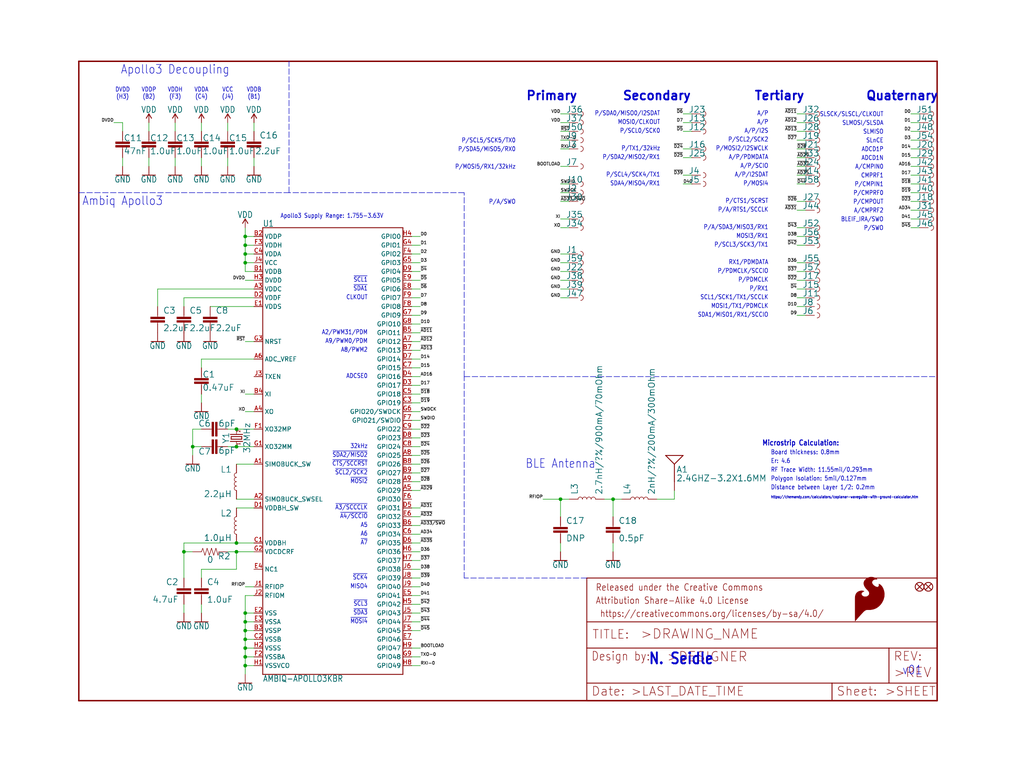
<source format=kicad_sch>
(kicad_sch (version 20211123) (generator eeschema)
  (paper "User" 297.002 223.926)
  (junction (at 68.58 160.02))
  (junction (at 71.12 190.5))
  (junction (at 162.56 144.78))
  (junction (at 68.58 129.54))
  (junction (at 71.12 193.04))
  (junction (at 71.12 180.34))
  (junction (at 53.34 160.02))
  (junction (at 68.58 124.46))
  (junction (at 71.12 187.96))
  (junction (at 71.12 177.8))
  (junction (at 71.12 68.58))
  (junction (at 71.12 185.42))
  (junction (at 71.12 182.88))
  (junction (at 55.88 129.54))
  (junction (at 71.12 73.66))
  (junction (at 71.12 76.2))
  (junction (at 68.58 157.48))
  (junction (at 71.12 71.12))
  (junction (at 177.8 144.78))
  (wire (pts (xy 71.12 187.96) (xy 71.12 190.5)))
  (polyline (pts (xy 134.62 109.22) (xy 134.62 55.88)))
  (wire (pts (xy 55.88 160.02) (xy 53.34 160.02)))
  (wire (pts (xy 53.34 160.02) (xy 53.34 167.64)))
  (wire (pts (xy 71.12 190.5) (xy 71.12 193.04)))
  (wire (pts (xy 162.56 48.26) (xy 165.1 48.26)))
  (wire (pts (xy 233.68 33.02) (xy 231.14 33.02)))
  (wire (pts (xy 68.58 165.1) (xy 58.42 165.1)))
  (wire (pts (xy 195.58 144.78) (xy 195.58 142.24)))
  (wire (pts (xy 165.1 76.2) (xy 162.56 76.2)))
  (wire (pts (xy 119.38 132.08) (xy 121.92 132.08)))
  (wire (pts (xy 68.58 124.46) (xy 66.04 124.46)))
  (polyline (pts (xy 22.86 55.88) (xy 83.82 55.88)))
  (wire (pts (xy 73.66 172.72) (xy 71.12 172.72)))
  (wire (pts (xy 233.68 50.8) (xy 231.14 50.8)))
  (wire (pts (xy 73.66 124.46) (xy 68.58 124.46)))
  (wire (pts (xy 157.48 144.78) (xy 162.56 144.78)))
  (wire (pts (xy 73.66 185.42) (xy 71.12 185.42)))
  (wire (pts (xy 58.42 129.54) (xy 55.88 129.54)))
  (wire (pts (xy 71.12 190.5) (xy 73.66 190.5)))
  (wire (pts (xy 165.1 63.5) (xy 162.56 63.5)))
  (wire (pts (xy 233.68 66.04) (xy 231.14 66.04)))
  (wire (pts (xy 266.7 63.5) (xy 264.16 63.5)))
  (wire (pts (xy 73.66 119.38) (xy 71.12 119.38)))
  (wire (pts (xy 71.12 180.34) (xy 71.12 182.88)))
  (wire (pts (xy 165.1 86.36) (xy 162.56 86.36)))
  (wire (pts (xy 119.38 172.72) (xy 121.92 172.72)))
  (wire (pts (xy 165.1 144.78) (xy 162.56 144.78)))
  (wire (pts (xy 165.1 40.64) (xy 162.56 40.64)))
  (wire (pts (xy 73.66 99.06) (xy 71.12 99.06)))
  (wire (pts (xy 233.68 91.44) (xy 231.14 91.44)))
  (wire (pts (xy 71.12 71.12) (xy 71.12 68.58)))
  (wire (pts (xy 119.38 119.38) (xy 121.92 119.38)))
  (wire (pts (xy 73.66 35.56) (xy 73.66 38.1)))
  (wire (pts (xy 233.68 43.18) (xy 231.14 43.18)))
  (wire (pts (xy 119.38 78.74) (xy 121.92 78.74)))
  (wire (pts (xy 73.66 144.78) (xy 68.58 144.78)))
  (wire (pts (xy 119.38 180.34) (xy 121.92 180.34)))
  (wire (pts (xy 177.8 144.78) (xy 180.34 144.78)))
  (wire (pts (xy 121.92 129.54) (xy 119.38 129.54)))
  (wire (pts (xy 165.1 81.28) (xy 162.56 81.28)))
  (wire (pts (xy 119.38 190.5) (xy 121.92 190.5)))
  (wire (pts (xy 266.7 50.8) (xy 264.16 50.8)))
  (wire (pts (xy 73.66 71.12) (xy 71.12 71.12)))
  (wire (pts (xy 53.34 160.02) (xy 53.34 157.48)))
  (wire (pts (xy 53.34 86.36) (xy 53.34 88.9)))
  (wire (pts (xy 119.38 154.94) (xy 121.92 154.94)))
  (wire (pts (xy 121.92 81.28) (xy 119.38 81.28)))
  (wire (pts (xy 68.58 160.02) (xy 66.04 160.02)))
  (wire (pts (xy 233.68 60.96) (xy 231.14 60.96)))
  (wire (pts (xy 200.66 33.02) (xy 198.12 33.02)))
  (wire (pts (xy 73.66 76.2) (xy 71.12 76.2)))
  (wire (pts (xy 200.66 45.72) (xy 198.12 45.72)))
  (wire (pts (xy 45.72 83.82) (xy 45.72 88.9)))
  (wire (pts (xy 233.68 86.36) (xy 231.14 86.36)))
  (wire (pts (xy 71.12 193.04) (xy 71.12 195.58)))
  (wire (pts (xy 35.56 38.1) (xy 35.56 35.56)))
  (wire (pts (xy 119.38 157.48) (xy 121.92 157.48)))
  (wire (pts (xy 119.38 71.12) (xy 121.92 71.12)))
  (wire (pts (xy 119.38 127) (xy 121.92 127)))
  (polyline (pts (xy 134.62 167.64) (xy 134.62 109.22)))
  (wire (pts (xy 119.38 142.24) (xy 121.92 142.24)))
  (wire (pts (xy 58.42 177.8) (xy 58.42 175.26)))
  (wire (pts (xy 73.66 180.34) (xy 71.12 180.34)))
  (wire (pts (xy 43.18 48.26) (xy 43.18 45.72)))
  (wire (pts (xy 233.68 48.26) (xy 231.14 48.26)))
  (polyline (pts (xy 134.62 55.88) (xy 83.82 55.88)))
  (wire (pts (xy 71.12 76.2) (xy 71.12 73.66)))
  (polyline (pts (xy 134.62 109.22) (xy 271.78 109.22)))
  (wire (pts (xy 266.7 43.18) (xy 264.16 43.18)))
  (wire (pts (xy 165.1 73.66) (xy 162.56 73.66)))
  (wire (pts (xy 119.38 147.32) (xy 121.92 147.32)))
  (wire (pts (xy 119.38 86.36) (xy 121.92 86.36)))
  (wire (pts (xy 71.12 177.8) (xy 71.12 180.34)))
  (wire (pts (xy 119.38 134.62) (xy 121.92 134.62)))
  (wire (pts (xy 177.8 149.86) (xy 177.8 144.78)))
  (wire (pts (xy 73.66 129.54) (xy 68.58 129.54)))
  (wire (pts (xy 233.68 40.64) (xy 231.14 40.64)))
  (wire (pts (xy 73.66 160.02) (xy 68.58 160.02)))
  (wire (pts (xy 68.58 129.54) (xy 66.04 129.54)))
  (wire (pts (xy 73.66 88.9) (xy 60.96 88.9)))
  (wire (pts (xy 73.66 170.18) (xy 71.12 170.18)))
  (wire (pts (xy 58.42 48.26) (xy 58.42 45.72)))
  (wire (pts (xy 233.68 76.2) (xy 231.14 76.2)))
  (wire (pts (xy 50.8 35.56) (xy 50.8 38.1)))
  (wire (pts (xy 165.1 58.42) (xy 162.56 58.42)))
  (wire (pts (xy 33.02 35.56) (xy 35.56 35.56)))
  (wire (pts (xy 119.38 104.14) (xy 121.92 104.14)))
  (wire (pts (xy 119.38 83.82) (xy 121.92 83.82)))
  (wire (pts (xy 266.7 40.64) (xy 264.16 40.64)))
  (wire (pts (xy 119.38 137.16) (xy 121.92 137.16)))
  (wire (pts (xy 266.7 33.02) (xy 264.16 33.02)))
  (polyline (pts (xy 170.18 167.64) (xy 134.62 167.64)))
  (wire (pts (xy 119.38 106.68) (xy 121.92 106.68)))
  (wire (pts (xy 58.42 165.1) (xy 58.42 167.64)))
  (wire (pts (xy 119.38 193.04) (xy 121.92 193.04)))
  (wire (pts (xy 73.66 48.26) (xy 73.66 45.72)))
  (wire (pts (xy 119.38 93.98) (xy 121.92 93.98)))
  (wire (pts (xy 266.7 35.56) (xy 264.16 35.56)))
  (wire (pts (xy 73.66 73.66) (xy 71.12 73.66)))
  (wire (pts (xy 233.68 71.12) (xy 231.14 71.12)))
  (wire (pts (xy 119.38 91.44) (xy 121.92 91.44)))
  (wire (pts (xy 233.68 38.1) (xy 231.14 38.1)))
  (wire (pts (xy 35.56 48.26) (xy 35.56 45.72)))
  (wire (pts (xy 58.42 124.46) (xy 55.88 124.46)))
  (wire (pts (xy 73.66 193.04) (xy 71.12 193.04)))
  (wire (pts (xy 200.66 35.56) (xy 198.12 35.56)))
  (wire (pts (xy 119.38 160.02) (xy 121.92 160.02)))
  (wire (pts (xy 165.1 38.1) (xy 162.56 38.1)))
  (wire (pts (xy 119.38 121.92) (xy 121.92 121.92)))
  (wire (pts (xy 165.1 66.04) (xy 162.56 66.04)))
  (wire (pts (xy 233.68 83.82) (xy 231.14 83.82)))
  (wire (pts (xy 266.7 38.1) (xy 264.16 38.1)))
  (wire (pts (xy 190.5 144.78) (xy 195.58 144.78)))
  (wire (pts (xy 119.38 170.18) (xy 121.92 170.18)))
  (wire (pts (xy 119.38 165.1) (xy 121.92 165.1)))
  (wire (pts (xy 119.38 175.26) (xy 121.92 175.26)))
  (wire (pts (xy 121.92 167.64) (xy 119.38 167.64)))
  (wire (pts (xy 73.66 157.48) (xy 68.58 157.48)))
  (wire (pts (xy 165.1 83.82) (xy 162.56 83.82)))
  (wire (pts (xy 43.18 35.56) (xy 43.18 38.1)))
  (wire (pts (xy 73.66 86.36) (xy 53.34 86.36)))
  (wire (pts (xy 73.66 78.74) (xy 71.12 78.74)))
  (wire (pts (xy 119.38 162.56) (xy 121.92 162.56)))
  (wire (pts (xy 165.1 33.02) (xy 162.56 33.02)))
  (wire (pts (xy 119.38 152.4) (xy 121.92 152.4)))
  (wire (pts (xy 73.66 187.96) (xy 71.12 187.96)))
  (wire (pts (xy 53.34 177.8) (xy 53.34 175.26)))
  (wire (pts (xy 165.1 53.34) (xy 162.56 53.34)))
  (wire (pts (xy 200.66 53.34) (xy 198.12 53.34)))
  (wire (pts (xy 233.68 45.72) (xy 231.14 45.72)))
  (wire (pts (xy 71.12 68.58) (xy 71.12 66.04)))
  (wire (pts (xy 165.1 55.88) (xy 162.56 55.88)))
  (wire (pts (xy 175.26 144.78) (xy 177.8 144.78)))
  (wire (pts (xy 119.38 114.3) (xy 121.92 114.3)))
  (wire (pts (xy 66.04 48.26) (xy 66.04 45.72)))
  (wire (pts (xy 119.38 182.88) (xy 121.92 182.88)))
  (wire (pts (xy 50.8 48.26) (xy 50.8 45.72)))
  (wire (pts (xy 119.38 177.8) (xy 121.92 177.8)))
  (wire (pts (xy 200.66 50.8) (xy 198.12 50.8)))
  (wire (pts (xy 233.68 35.56) (xy 231.14 35.56)))
  (wire (pts (xy 266.7 58.42) (xy 264.16 58.42)))
  (wire (pts (xy 73.66 147.32) (xy 68.58 147.32)))
  (wire (pts (xy 73.66 83.82) (xy 45.72 83.82)))
  (wire (pts (xy 119.38 149.86) (xy 121.92 149.86)))
  (wire (pts (xy 119.38 111.76) (xy 121.92 111.76)))
  (wire (pts (xy 266.7 55.88) (xy 264.16 55.88)))
  (wire (pts (xy 58.42 116.84) (xy 58.42 114.3)))
  (wire (pts (xy 200.66 43.18) (xy 198.12 43.18)))
  (wire (pts (xy 233.68 81.28) (xy 231.14 81.28)))
  (wire (pts (xy 68.58 157.48) (xy 53.34 157.48)))
  (wire (pts (xy 162.56 144.78) (xy 162.56 149.86)))
  (wire (pts (xy 71.12 182.88) (xy 71.12 185.42)))
  (wire (pts (xy 73.66 104.14) (xy 58.42 104.14)))
  (wire (pts (xy 266.7 66.04) (xy 264.16 66.04)))
  (wire (pts (xy 233.68 68.58) (xy 231.14 68.58)))
  (wire (pts (xy 119.38 124.46) (xy 121.92 124.46)))
  (wire (pts (xy 119.38 109.22) (xy 121.92 109.22)))
  (wire (pts (xy 55.88 129.54) (xy 55.88 132.08)))
  (wire (pts (xy 71.12 78.74) (xy 71.12 76.2)))
  (wire (pts (xy 200.66 38.1) (xy 198.12 38.1)))
  (wire (pts (xy 177.8 160.02) (xy 177.8 157.48)))
  (wire (pts (xy 266.7 45.72) (xy 264.16 45.72)))
  (wire (pts (xy 71.12 172.72) (xy 71.12 177.8)))
  (wire (pts (xy 73.66 182.88) (xy 71.12 182.88)))
  (wire (pts (xy 71.12 185.42) (xy 71.12 187.96)))
  (wire (pts (xy 119.38 101.6) (xy 121.92 101.6)))
  (wire (pts (xy 119.38 68.58) (xy 121.92 68.58)))
  (wire (pts (xy 165.1 43.18) (xy 162.56 43.18)))
  (wire (pts (xy 233.68 88.9) (xy 231.14 88.9)))
  (polyline (pts (xy 83.82 55.88) (xy 83.82 17.78)))
  (wire (pts (xy 165.1 78.74) (xy 162.56 78.74)))
  (wire (pts (xy 119.38 73.66) (xy 121.92 73.66)))
  (wire (pts (xy 73.66 81.28) (xy 71.12 81.28)))
  (wire (pts (xy 119.38 88.9) (xy 121.92 88.9)))
  (wire (pts (xy 119.38 99.06) (xy 121.92 99.06)))
  (wire (pts (xy 233.68 78.74) (xy 231.14 78.74)))
  (wire (pts (xy 68.58 160.02) (xy 68.58 165.1)))
  (wire (pts (xy 73.66 177.8) (xy 71.12 177.8)))
  (wire (pts (xy 66.04 35.56) (xy 66.04 38.1)))
  (wire (pts (xy 119.38 187.96) (xy 121.92 187.96)))
  (wire (pts (xy 58.42 35.56) (xy 58.42 38.1)))
  (wire (pts (xy 266.7 48.26) (xy 264.16 48.26)))
  (wire (pts (xy 162.56 160.02) (xy 162.56 157.48)))
  (wire (pts (xy 233.68 53.34) (xy 231.14 53.34)))
  (wire (pts (xy 165.1 35.56) (xy 162.56 35.56)))
  (wire (pts (xy 73.66 68.58) (xy 71.12 68.58)))
  (wire (pts (xy 71.12 73.66) (xy 71.12 71.12)))
  (wire (pts (xy 55.88 124.46) (xy 55.88 129.54)))
  (wire (pts (xy 119.38 96.52) (xy 121.92 96.52)))
  (wire (pts (xy 58.42 104.14) (xy 58.42 106.68)))
  (wire (pts (xy 266.7 60.96) (xy 264.16 60.96)))
  (wire (pts (xy 119.38 116.84) (xy 121.92 116.84)))
  (wire (pts (xy 119.38 76.2) (xy 121.92 76.2)))
  (wire (pts (xy 233.68 58.42) (xy 231.14 58.42)))
  (wire (pts (xy 119.38 139.7) (xy 121.92 139.7)))
  (wire (pts (xy 266.7 53.34) (xy 264.16 53.34)))
  (wire (pts (xy 73.66 134.62) (xy 68.58 134.62)))
  (wire (pts (xy 73.66 114.3) (xy 71.12 114.3)))
  (text "Secondary" (at 190.5 27.94 180) (effects (font (size 2.54 2.54) (thickness 0.508) bold)))
  (text "Er: 4.6" (at 223.52 134.62 180) (effects (font (size 1.27 1.0795)) (justify left bottom)))
  (text "Polygon Isolation: 5mil/0.127mm" (at 223.52 139.7 180) (effects (font (size 1.27 1.0795)) (justify left bottom)))
  (text "VDDA\n(C4)" (at 58.42 25.4 180) (effects (font (size 1.27 1.0795)) (justify top)))
  (text "P/CMPOUT" (at 256.286 58.674 180) (effects (font (size 1.27 1.0795)) (justify right)))
  (text "~{A4/SCCIO}" (at 106.68 149.86 180) (effects (font (size 1.27 1.0795)) (justify right)))
  (text "~{SCL2/SCK2}" (at 106.68 137.16 180) (effects (font (size 1.27 1.0795)) (justify right)))
  (text "~" (at 106.68 142.24 180) (effects (font (size 1.27 1.0795)) (justify right)))
  (text "VDDB\n(B1)" (at 73.66 25.4 180) (effects (font (size 1.27 1.0795)) (justify top)))
  (text "ADCSE0" (at 106.68 109.22 180) (effects (font (size 1.27 1.0795)) (justify right)))
  (text "P/SCL3/SCK3/TX1" (at 222.885 71.12 180) (effects (font (size 1.27 1.0795)) (justify right)))
  (text "MISO4" (at 106.68 170.18 180) (effects (font (size 1.27 1.0795)) (justify right)))
  (text "SDA1/MISO1/RX1/SCCIO" (at 222.885 91.44 180) (effects (font (size 1.27 1.0795)) (justify right)))
  (text "~{MOSI2}" (at 106.68 139.7 180) (effects (font (size 1.27 1.0795)) (justify right)))
  (text "A/CMPRF2" (at 256.286 61.214 180) (effects (font (size 1.27 1.0795)) (justify right)))
  (text "VDDP\n(B2)" (at 43.18 25.4 180) (effects (font (size 1.27 1.0795)) (justify top)))
  (text "~" (at 106.68 78.74 180) (effects (font (size 1.27 1.0795)) (justify right)))
  (text "P/SCL5/SCK5/TX0" (at 149.606 40.894 180) (effects (font (size 1.27 1.0795)) (justify right)))
  (text "SCL1/SCK1/TX1/SCCLK" (at 222.885 86.36 180) (effects (font (size 1.27 1.0795)) (justify right)))
  (text "P/MOSI4" (at 222.885 53.34 180) (effects (font (size 1.27 1.0795)) (justify right)))
  (text "v01" (at 261.62 193.04 180) (effects (font (size 2.54 2.159)) (justify left top)))
  (text "RF Trace Width: 11.55mil/0.293mm" (at 223.52 137.16 180) (effects (font (size 1.27 1.0795)) (justify left bottom)))
  (text "~{MOSI4}" (at 106.68 180.34 180) (effects (font (size 1.27 1.0795)) (justify right)))
  (text "~{SCL3}" (at 106.68 175.26 180) (effects (font (size 1.27 1.0795)) (justify right)))
  (text "P/RX1" (at 222.885 83.82 180) (effects (font (size 1.27 1.0795)) (justify right)))
  (text "P/SCL4/SCK4/TX1" (at 191.516 50.8 180) (effects (font (size 1.27 1.0795)) (justify right)))
  (text "Apollo3 Supply Range: 1.755-3.63V" (at 81.28 63.5 180) (effects (font (size 1.27 1.0795)) (justify left bottom)))
  (text "P/MOSI5/RX1/32kHz" (at 149.606 48.514 180) (effects (font (size 1.27 1.0795)) (justify right)))
  (text "A5" (at 106.68 152.4 180) (effects (font (size 1.27 1.0795)) (justify right)))
  (text "BLE Antenna" (at 162.56 134.62 180) (effects (font (size 2.54 2.159))))
  (text "CMPRF1" (at 256.286 51.054 180) (effects (font (size 1.27 1.0795)) (justify right)))
  (text "~{SDA1}" (at 106.68 83.82 180) (effects (font (size 1.27 1.0795)) (justify right)))
  (text "BLEIF_IRA/SWO" (at 256.286 63.754 180) (effects (font (size 1.27 1.0795)) (justify right)))
  (text "A9/PWM0/PDM" (at 106.68 99.06 180) (effects (font (size 1.27 1.0795)) (justify right)))
  (text "32kHz" (at 106.68 129.54 180) (effects (font (size 1.27 1.0795)) (justify right)))
  (text "Apollo3 Decoupling" (at 50.8 20.32 180) (effects (font (size 2.54 2.159))))
  (text "A8/PWM2" (at 106.68 101.6 180) (effects (font (size 1.27 1.0795)) (justify right)))
  (text "P/SDA0/MISO0/I2SDAT" (at 191.516 33.02 180) (effects (font (size 1.27 1.0795)) (justify right)))
  (text "Distance between Layer 1/2: 0.2mm" (at 223.52 142.24 180) (effects (font (size 1.27 1.0795)) (justify left bottom)))
  (text "P/CMPIN1" (at 256.286 53.594 180) (effects (font (size 1.27 1.0795)) (justify right)))
  (text "~{CTS/SCCRST}" (at 106.68 134.62 180) (effects (font (size 1.27 1.0795)) (justify right)))
  (text "SDA4/MISO4/RX1" (at 191.516 53.34 180) (effects (font (size 1.27 1.0795)) (justify right)))
  (text "~{A7}" (at 106.68 157.48 180) (effects (font (size 1.27 1.0795)) (justify right)))
  (text "P/SDA5/MISO5/RX0" (at 149.606 43.434 180) (effects (font (size 1.27 1.0795)) (justify right)))
  (text "https://chemandy.com/calculators/coplanar-waveguide-with-ground-calculator.htm" (at 223.52 144.78 0) (effects (font (size 0.762 0.6477)) (justify left bottom)))
  (text "ADCD1P" (at 256.286 43.434 180) (effects (font (size 1.27 1.0795)) (justify right)))
  (text "Ambiq Apollo3" (at 35.56 58.42 180) (effects (font (size 2.54 2.159))))
  (text "A/P/SCIO" (at 222.885 48.26 180) (effects (font (size 1.27 1.0795)) (justify right)))
  (text "A/P/I2S" (at 222.885 38.1 180) (effects (font (size 1.27 1.0795)) (justify right)))
  (text "N. Seidle" (at 187.96 193.04 180) (effects (font (size 3.175 2.6987) (thickness 0.5397) bold) (justify left bottom)))
  (text "P/SWO" (at 256.286 66.294 180) (effects (font (size 1.27 1.0795)) (justify right)))
  (text "SLSCK/SLSCL/CLKOUT" (at 256.286 33.274 180) (effects (font (size 1.27 1.0795)) (justify right)))
  (text "P/SCL0/SCK0" (at 191.516 38.1 180) (effects (font (size 1.27 1.0795)) (justify right)))
  (text "P/PDMCLK" (at 222.885 81.28 180) (effects (font (size 1.27 1.0795)) (justify right)))
  (text "ADCD1N" (at 256.286 45.974 180) (effects (font (size 1.27 1.0795)) (justify right)))
  (text "A/P" (at 222.885 33.02 180) (effects (font (size 1.27 1.0795)) (justify right)))
  (text "Quaternary" (at 261.62 27.94 180) (effects (font (size 2.54 2.54) (thickness 0.508) bold)))
  (text "P/A/SWO" (at 149.606 58.674 180) (effects (font (size 1.27 1.0795)) (justify right)))
  (text "RX1/PDMDATA" (at 222.885 76.2 180) (effects (font (size 1.27 1.0795)) (justify right)))
  (text "A/CMPIN0" (at 256.286 48.514 180) (effects (font (size 1.27 1.0795)) (justify right)))
  (text "P/PDMCLK/SCCIO" (at 222.885 78.74 180) (effects (font (size 1.27 1.0795)) (justify right)))
  (text "A6" (at 106.68 154.94 180) (effects (font (size 1.27 1.0795)) (justify right)))
  (text "P/A/SDA3/MISO3/RX1" (at 222.885 66.04 180) (effects (font (size 1.27 1.0795)) (justify right)))
  (text "SLnCE" (at 256.286 40.894 180) (effects (font (size 1.27 1.0795)) (justify right)))
  (text "SLMISO" (at 256.286 38.354 180) (effects (font (size 1.27 1.0795)) (justify right)))
  (text "~" (at 106.68 187.96 180) (effects (font (size 1.27 1.0795)) (justify right)))
  (text "~{A3/SCCCLK}" (at 106.68 147.32 180) (effects (font (size 1.27 1.0795)) (justify right)))
  (text "A2/PWM31/PDM" (at 106.68 96.52 180) (effects (font (size 1.27 1.0795)) (justify right)))
  (text "SLMOSI/SLSDA" (at 256.286 35.814 180) (effects (font (size 1.27 1.0795)) (justify right)))
  (text "Board thickness: 0.8mm" (at 223.52 132.08 180) (effects (font (size 1.27 1.0795)) (justify left bottom)))
  (text "P/CTS1/SCRST" (at 222.885 58.42 180) (effects (font (size 1.27 1.0795)) (justify right)))
  (text "A/P/PDMDATA" (at 222.885 45.72 180) (effects (font (size 1.27 1.0795)) (justify right)))
  (text "VDDH\n(F3)" (at 50.8 25.4 180) (effects (font (size 1.27 1.0795)) (justify top)))
  (text "~{SCL1}" (at 106.68 81.28 180) (effects (font (size 1.27 1.0795)) (justify right)))
  (text "P/MOSI2/I2SWCLK" (at 222.885 43.18 180) (effects (font (size 1.27 1.0795)) (justify right)))
  (text "A/P/I2SDAT" (at 222.885 50.8 180) (effects (font (size 1.27 1.0795)) (justify right)))
  (text "P/CMPRF0" (at 256.286 56.134 180) (effects (font (size 1.27 1.0795)) (justify right)))
  (text "P/A/RTS1/SCCLK" (at 222.885 60.96 180) (effects (font (size 1.27 1.0795)) (justify right)))
  (text "MOSI0/CLKOUT" (at 191.516 35.56 180) (effects (font (size 1.27 1.0795)) (justify right)))
  (text "~{SCK4}" (at 106.68 167.64 180) (effects (font (size 1.27 1.0795)) (justify right)))
  (text "Primary" (at 160.02 27.94 180) (effects (font (size 2.54 2.54) (thickness 0.508) bold)))
  (text "Tertiary" (at 226.06 27.94 180) (effects (font (size 2.54 2.54) (thickness 0.508) bold)))
  (text "P/TX1/32kHz" (at 191.516 43.18 180) (effects (font (size 1.27 1.0795)) (justify right)))
  (text "~" (at 106.68 182.88 180) (effects (font (size 1.27 1.0795)) (justify right)))
  (text "MOSI1/TX1/PDMCLK" (at 222.885 88.9 180) (effects (font (size 1.27 1.0795)) (justify right)))
  (text "P/SCL2/SCK2" (at 222.885 40.64 180) (effects (font (size 1.27 1.0795)) (justify right)))
  (text "MOSI3/RX1" (at 222.885 68.58 180) (effects (font (size 1.27 1.0795)) (justify right)))
  (text "~{SDA2/MISO2}" (at 106.68 132.08 180) (effects (font (size 1.27 1.0795)) (justify right)))
  (text "CLKOUT" (at 106.68 86.36 180) (effects (font (size 1.27 1.0795)) (justify right)))
  (text "~{SDA3}" (at 106.68 177.8 180) (effects (font (size 1.27 1.0795)) (justify right)))
  (text "P/SDA2/MISO2/RX1" (at 191.516 45.72 180) (effects (font (size 1.27 1.0795)) (justify right)))
  (text "VCC\n(J4)" (at 66.04 25.4 180) (effects (font (size 1.27 1.0795)) (justify top)))
  (text "A/P" (at 222.885 35.56 180) (effects (font (size 1.27 1.0795)) (justify right)))
  (text "Microstrip Calculation:" (at 220.98 129.54 180) (effects (font (size 1.524 1.2954) (thickness 0.2591) bold) (justify left bottom)))
  (text "DVDD\n(H3)" (at 35.56 25.4 180) (effects (font (size 1.27 1.0795)) (justify top)))
  (label "RFIOP" (at 157.48 144.78 180) (effects (font (size 0.889 0.889))))
  (label "~{D22}" (at 231.14 81.28 180) (effects (font (size 0.889 0.889))))
  (label "D36" (at 121.92 160.02 0) (effects (font (size 0.889 0.889))))
  (label "~{AD35}" (at 121.92 157.48 0) (effects (font (size 0.889 0.889))))
  (label "~{D5}" (at 198.12 38.1 180) (effects (font (size 0.889 0.889))))
  (label "D7" (at 198.12 35.56 180) (effects (font (size 0.889 0.889))))
  (label "D41" (at 264.16 63.5 180) (effects (font (size 0.889 0.889))))
  (label "D17" (at 121.92 111.76 0) (effects (font (size 0.889 0.889))))
  (label "~{D26}" (at 121.92 134.62 0) (effects (font (size 0.889 0.889))))
  (label "~{AD33/SWO}" (at 121.92 152.4 0) (effects (font (size 0.889 0.889))))
  (label "XO" (at 162.56 66.04 180) (effects (font (size 0.889 0.889))))
  (label "~{D27}" (at 231.14 40.64 180) (effects (font (size 0.889 0.889))))
  (label "~{D6}" (at 121.92 83.82 0) (effects (font (size 0.889 0.889))))
  (label "~{D25}" (at 121.92 132.08 0) (effects (font (size 0.889 0.889))))
  (label "GND" (at 162.56 81.28 180) (effects (font (size 0.889 0.889))))
  (label "VDD" (at 162.56 33.02 180) (effects (font (size 0.889 0.889))))
  (label "D15" (at 264.16 45.72 180) (effects (font (size 0.889 0.889))))
  (label "XI" (at 162.56 63.5 180) (effects (font (size 0.889 0.889))))
  (label "D40" (at 198.12 53.34 0) (effects (font (size 0.889 0.889))))
  (label "D36" (at 231.14 76.2 180) (effects (font (size 0.889 0.889))))
  (label "~{AD29}" (at 231.14 45.72 0) (effects (font (size 0.889 0.889))))
  (label "GND" (at 162.56 76.2 180) (effects (font (size 0.889 0.889))))
  (label "DVDD" (at 33.02 35.56 180) (effects (font (size 0.889 0.889))))
  (label "~{D39}" (at 198.12 50.8 180) (effects (font (size 0.889 0.889))))
  (label "~{D45}" (at 121.92 182.88 0) (effects (font (size 0.889 0.889))))
  (label "~{D39}" (at 121.92 167.64 0) (effects (font (size 0.889 0.889))))
  (label "AD34" (at 121.92 154.94 0) (effects (font (size 0.889 0.889))))
  (label "D41" (at 121.92 172.72 0) (effects (font (size 0.889 0.889))))
  (label "~{D24}" (at 198.12 43.18 180) (effects (font (size 0.889 0.889))))
  (label "D38" (at 231.14 68.58 180) (effects (font (size 0.889 0.889))))
  (label "AD34" (at 264.16 60.96 180) (effects (font (size 0.889 0.889))))
  (label "AD16" (at 264.16 48.26 180) (effects (font (size 0.889 0.889))))
  (label "D2" (at 121.92 73.66 0) (effects (font (size 0.889 0.889))))
  (label "D14" (at 121.92 104.14 0) (effects (font (size 0.889 0.889))))
  (label "BOOTLOAD" (at 162.56 48.26 180) (effects (font (size 0.889 0.889))))
  (label "D3" (at 264.16 40.64 180) (effects (font (size 0.889 0.889))))
  (label "~{D4}" (at 231.14 83.82 180) (effects (font (size 0.889 0.889))))
  (label "~{D43}" (at 121.92 177.8 0) (effects (font (size 0.889 0.889))))
  (label "~{D23}" (at 121.92 127 0) (effects (font (size 0.889 0.889))))
  (label "D8" (at 231.14 86.36 180) (effects (font (size 0.889 0.889))))
  (label "~{AD11}" (at 231.14 33.02 180) (effects (font (size 0.889 0.889))))
  (label "GND" (at 162.56 73.66 180) (effects (font (size 0.889 0.889))))
  (label "D2" (at 264.16 38.1 180) (effects (font (size 0.889 0.889))))
  (label "D0" (at 264.16 33.02 180) (effects (font (size 0.889 0.889))))
  (label "~{AD11}" (at 121.92 96.52 0) (effects (font (size 0.889 0.889))))
  (label "RFIOP" (at 71.12 170.18 180) (effects (font (size 0.889 0.889))))
  (label "D10" (at 121.92 93.98 0) (effects (font (size 0.889 0.889))))
  (label "~{D6}" (at 198.12 33.02 180) (effects (font (size 0.889 0.889))))
  (label "~{D24}" (at 121.92 129.54 0) (effects (font (size 0.889 0.889))))
  (label "GND" (at 162.56 86.36 180) (effects (font (size 0.889 0.889))))
  (label "AD16" (at 121.92 109.22 0) (effects (font (size 0.889 0.889))))
  (label "XO" (at 71.12 119.38 180) (effects (font (size 0.889 0.889))))
  (label "~{D22}" (at 121.92 124.46 0) (effects (font (size 0.889 0.889))))
  (label "~{RST}" (at 71.12 99.06 180) (effects (font (size 0.889 0.889))))
  (label "~{AD12}" (at 121.92 99.06 0) (effects (font (size 0.889 0.889))))
  (label "D1" (at 264.16 35.56 180) (effects (font (size 0.889 0.889))))
  (label "D7" (at 121.92 86.36 0) (effects (font (size 0.889 0.889))))
  (label "SWDIO" (at 121.92 121.92 0) (effects (font (size 0.889 0.889))))
  (label "~{D45}" (at 264.16 66.04 180) (effects (font (size 0.889 0.889))))
  (label "XI" (at 71.12 114.3 180) (effects (font (size 0.889 0.889))))
  (label "~{D37}" (at 121.92 162.56 0) (effects (font (size 0.889 0.889))))
  (label "D8" (at 121.92 88.9 0) (effects (font (size 0.889 0.889))))
  (label "~{D42}" (at 231.14 71.12 180) (effects (font (size 0.889 0.889))))
  (label "~{D18}" (at 121.92 114.3 0) (effects (font (size 0.889 0.889))))
  (label "~{D27}" (at 121.92 137.16 0) (effects (font (size 0.889 0.889))))
  (label "~{D23}" (at 264.16 58.42 180) (effects (font (size 0.889 0.889))))
  (label "~{AD35}" (at 231.14 50.8 0) (effects (font (size 0.889 0.889))))
  (label "~{D25}" (at 198.12 45.72 180) (effects (font (size 0.889 0.889))))
  (label "~{AD13}" (at 121.92 101.6 0) (effects (font (size 0.889 0.889))))
  (label "~{RST}" (at 162.56 38.1 0) (effects (font (size 0.889 0.889))))
  (label "SWDCK" (at 121.92 119.38 0) (effects (font (size 0.889 0.889))))
  (label "DVDD" (at 71.12 81.28 180) (effects (font (size 0.889 0.889))))
  (label "D9" (at 121.92 91.44 0) (effects (font (size 0.889 0.889))))
  (label "SWDCK" (at 162.56 55.88 0) (effects (font (size 0.889 0.889))))
  (label "RXI-0" (at 121.92 193.04 0) (effects (font (size 0.889 0.889))))
  (label "D10" (at 231.14 88.9 180) (effects (font (size 0.889 0.889))))
  (label "D15" (at 121.92 106.68 0) (effects (font (size 0.889 0.889))))
  (label "~{D42}" (at 121.92 175.26 0) (effects (font (size 0.889 0.889))))
  (label "~{D18}" (at 264.16 53.34 180) (effects (font (size 0.889 0.889))))
  (label "~{D26}" (at 231.14 58.42 180) (effects (font (size 0.889 0.889))))
  (label "TXO-0" (at 162.56 40.64 0) (effects (font (size 0.889 0.889))))
  (label "GND" (at 162.56 83.82 180) (effects (font (size 0.889 0.889))))
  (label "~{AD31}" (at 231.14 60.96 180) (effects (font (size 0.889 0.889))))
  (label "TXO-0" (at 121.92 190.5 0) (effects (font (size 0.889 0.889))))
  (label "D17" (at 264.16 50.8 180) (effects (font (size 0.889 0.889))))
  (label "~{D37}" (at 231.14 78.74 180) (effects (font (size 0.889 0.889))))
  (label "~{AD32}" (at 231.14 48.26 0) (effects (font (size 0.889 0.889))))
  (label "~{D28}" (at 121.92 139.7 0) (effects (font (size 0.889 0.889))))
  (label "~{D43}" (at 231.14 66.04 180) (effects (font (size 0.889 0.889))))
  (label "~{AD32}" (at 121.92 149.86 0) (effects (font (size 0.889 0.889))))
  (label "D0" (at 121.92 68.58 0) (effects (font (size 0.889 0.889))))
  (label "~{AD13}" (at 231.14 38.1 180) (effects (font (size 0.889 0.889))))
  (label "RXI-0" (at 162.56 43.18 0) (effects (font (size 0.889 0.889))))
  (label "D38" (at 121.92 165.1 0) (effects (font (size 0.889 0.889))))
  (label "~{D4}" (at 121.92 78.74 0) (effects (font (size 0.889 0.889))))
  (label "~{AD33/SWO}" (at 162.56 58.42 0) (effects (font (size 0.889 0.889))))
  (label "~{AD29}" (at 121.92 142.24 0) (effects (font (size 0.889 0.889))))
  (label "~{D28}" (at 231.14 43.18 0) (effects (font (size 0.889 0.889))))
  (label "~{D44}" (at 121.92 180.34 0) (effects (font (size 0.889 0.889))))
  (label "D3" (at 121.92 76.2 0) (effects (font (size 0.889 0.889))))
  (label "GND" (at 162.56 78.74 180) (effects (font (size 0.889 0.889))))
  (label "~{D44}" (at 231.14 53.34 0) (effects (font (size 0.889 0.889))))
  (label "D9" (at 231.14 91.44 180) (effects (font (size 0.889 0.889))))
  (label "~{D19}" (at 264.16 55.88 180) (effects (font (size 0.889 0.889))))
  (label "VDD" (at 162.56 35.56 180) (effects (font (size 0.889 0.889))))
  (label "~{D19}" (at 121.92 116.84 0) (effects (font (size 0.889 0.889))))
  (label "BOOTLOAD" (at 121.92 187.96 0) (effects (font (size 0.889 0.889))))
  (label "SWDIO" (at 162.56 53.34 0) (effects (font (size 0.889 0.889))))
  (label "~{AD31}" (at 121.92 147.32 0) (effects (font (size 0.889 0.889))))
  (label "D14" (at 264.16 43.18 180) (effects (font (size 0.889 0.889))))
  (label "D40" (at 121.92 170.18 0) (effects (font (size 0.889 0.889))))
  (label "~{D5}" (at 121.92 81.28 0) (effects (font (size 0.889 0.889))))
  (label "~{AD12}" (at 231.14 35.56 180) (effects (font (size 0.889 0.889))))
  (label "D1" (at 121.92 71.12 0) (effects (font (size 0.889 0.889))))
  (symbol (lib_id "schematicEagle-eagle-import:PAD.4X.6") (at 266.7 40.64 0) (unit 1)
    (property "Reference" "J54" (at 265.684 40.386 0) (effects (font (size 1.778 1.778)) (justify left bottom)))
    (property "Value" "PAD.4X.6" (effects hide))
    (property "Footprint" "schematicEagle:MODULE_PAD" (effects hide))
  )
  (symbol (lib_id "schematicEagle-eagle-import:PAD.4X.6") (at 266.7 45.72 0) (unit 1)
    (property "Reference" "J29" (at 265.684 45.466 0) (effects (font (size 1.778 1.778)) (justify left bottom)))
    (property "Value" "PAD.4X.6" (effects hide))
    (property "Footprint" "schematicEagle:MODULE_PAD" (effects hide))
  )
  (symbol (lib_id "schematicEagle-eagle-import:PAD.35X.35") (at 165.1 81.28 0) (unit 1)
    (property "Reference" "J38" (at 164.084 81.026 0) (effects (font (size 1.778 1.778)) (justify left bottom)))
    (property "Value" "PAD.35X.35" (effects hide))
    (property "Footprint" "schematicEagle:MODULE_MINI_PAD" (effects hide))
  )
  (symbol (lib_id "schematicEagle-eagle-import:2.2UF-0402_TIGHT-10V-10%-X5R") (at 60.96 93.98 0) (unit 1)
    (property "Reference" "C8" (at 62.484 91.059 0) (effects (font (size 1.778 1.778)) (justify left bottom)))
    (property "Value" "2.2uF" (at 62.484 96.139 0) (effects (font (size 1.778 1.778)) (justify left bottom)))
    (property "Footprint" "schematicEagle:0402-TIGHT" (effects hide))
  )
  (symbol (lib_id "schematicEagle-eagle-import:VDD") (at 58.42 35.56 0) (unit 1)
    (property "Reference" "#SUPPLY9" (effects hide))
    (property "Value" "VDD" (at 58.42 32.766 0) (effects (font (size 1.778 1.5113)) (justify bottom)))
    (property "Footprint" "schematicEagle:" (effects hide))
  )
  (symbol (lib_id "schematicEagle-eagle-import:PAD.4X.6") (at 165.1 66.04 0) (unit 1)
    (property "Reference" "J34" (at 164.084 65.786 0) (effects (font (size 1.778 1.778)) (justify left bottom)))
    (property "Value" "PAD.4X.6" (effects hide))
    (property "Footprint" "schematicEagle:MODULE_PAD" (effects hide))
  )
  (symbol (lib_id "schematicEagle-eagle-import:PAD.4X.6") (at 165.1 43.18 0) (unit 1)
    (property "Reference" "J3" (at 164.084 42.926 0) (effects (font (size 1.778 1.778)) (justify left bottom)))
    (property "Value" "PAD.4X.6" (effects hide))
    (property "Footprint" "schematicEagle:MODULE_PAD" (effects hide))
  )
  (symbol (lib_id "schematicEagle-eagle-import:PAD.4X.6") (at 266.7 60.96 0) (unit 1)
    (property "Reference" "J31" (at 265.684 60.706 0) (effects (font (size 1.778 1.778)) (justify left bottom)))
    (property "Value" "PAD.4X.6" (effects hide))
    (property "Footprint" "schematicEagle:MODULE_PAD" (effects hide))
  )
  (symbol (lib_id "schematicEagle-eagle-import:0OHM-0402T-1{slash}10W") (at 60.96 160.02 0) (unit 1)
    (property "Reference" "R2" (at 65.024 160.274 0) (effects (font (size 1.778 1.778)) (justify top)))
    (property "Value" "0" (at 60.96 161.29 0) (effects (font (size 1.778 1.778)) (justify top)))
    (property "Footprint" "schematicEagle:0402-TIGHT" (effects hide))
  )
  (symbol (lib_id "schematicEagle-eagle-import:2.2UF-0402_TIGHT-10V-10%-X5R") (at 73.66 43.18 0) (unit 1)
    (property "Reference" "C16" (at 75.184 40.259 0) (effects (font (size 1.778 1.778)) (justify left bottom)))
    (property "Value" "2.2uF" (at 73.914 42.799 0) (effects (font (size 1.778 1.778)) (justify left top)))
    (property "Footprint" "schematicEagle:0402-TIGHT" (effects hide))
  )
  (symbol (lib_id "schematicEagle-eagle-import:GND") (at 53.34 99.06 0) (unit 1)
    (property "Reference" "#GND7" (effects hide))
    (property "Value" "GND" (at 53.34 99.314 0) (effects (font (size 1.778 1.5113)) (justify top)))
    (property "Footprint" "schematicEagle:" (effects hide))
  )
  (symbol (lib_id "schematicEagle-eagle-import:PAD.4X.6") (at 165.1 33.02 0) (unit 1)
    (property "Reference" "J36" (at 164.084 32.766 0) (effects (font (size 1.778 1.778)) (justify left bottom)))
    (property "Value" "PAD.4X.6" (effects hide))
    (property "Footprint" "schematicEagle:MODULE_PAD" (effects hide))
  )
  (symbol (lib_id "schematicEagle-eagle-import:PAD.4X.6") (at 165.1 35.56 0) (unit 1)
    (property "Reference" "J37" (at 164.084 35.306 0) (effects (font (size 1.778 1.778)) (justify left bottom)))
    (property "Value" "PAD.4X.6" (effects hide))
    (property "Footprint" "schematicEagle:MODULE_PAD" (effects hide))
  )
  (symbol (lib_id "schematicEagle-eagle-import:2.2UF-0402_TIGHT-10V-10%-X5R") (at 53.34 93.98 0) (unit 1)
    (property "Reference" "C5" (at 54.864 91.059 0) (effects (font (size 1.778 1.778)) (justify left bottom)))
    (property "Value" "2.2uF" (at 54.864 96.139 0) (effects (font (size 1.778 1.778)) (justify left bottom)))
    (property "Footprint" "schematicEagle:0402-TIGHT" (effects hide))
  )
  (symbol (lib_id "schematicEagle-eagle-import:SFE_LOGO_FLAME.05_INCH_INTERNAL") (at 247.65 180.594 0) (unit 1)
    (property "Reference" "LOGO1" (effects hide))
    (property "Value" "SFE_LOGO_FLAME.05_INCH_INTERNAL" (effects hide))
    (property "Footprint" "schematicEagle:SFE_LOGO_FLAME_INTERNAL_0.05" (effects hide))
  )
  (symbol (lib_id "schematicEagle-eagle-import:GND") (at 58.42 119.38 0) (unit 1)
    (property "Reference" "#GND2" (effects hide))
    (property "Value" "GND" (at 58.42 119.634 0) (effects (font (size 1.778 1.5113)) (justify top)))
    (property "Footprint" "schematicEagle:" (effects hide))
  )
  (symbol (lib_id "schematicEagle-eagle-import:PAD.4X.6") (at 266.7 53.34 0) (unit 1)
    (property "Reference" "J41" (at 265.684 53.086 0) (effects (font (size 1.778 1.778)) (justify left bottom)))
    (property "Value" "PAD.4X.6" (effects hide))
    (property "Footprint" "schematicEagle:MODULE_PAD" (effects hide))
  )
  (symbol (lib_id "schematicEagle-eagle-import:PAD.4X.6") (at 233.68 71.12 0) (unit 1)
    (property "Reference" "J53" (at 232.664 70.866 0) (effects (font (size 1.778 1.778)) (justify left bottom)))
    (property "Value" "PAD.4X.6" (effects hide))
    (property "Footprint" "schematicEagle:MODULE_PAD" (effects hide))
  )
  (symbol (lib_id "schematicEagle-eagle-import:PAD.4X.6") (at 266.7 35.56 0) (unit 1)
    (property "Reference" "J49" (at 265.684 35.306 0) (effects (font (size 1.778 1.778)) (justify left bottom)))
    (property "Value" "PAD.4X.6" (effects hide))
    (property "Footprint" "schematicEagle:MODULE_PAD" (effects hide))
  )
  (symbol (lib_id "schematicEagle-eagle-import:PAD.4X.6") (at 165.1 73.66 0) (unit 1)
    (property "Reference" "J1" (at 164.084 73.406 0) (effects (font (size 1.778 1.778)) (justify left bottom)))
    (property "Value" "PAD.4X.6" (effects hide))
    (property "Footprint" "schematicEagle:MODULE_PAD" (effects hide))
  )
  (symbol (lib_id "schematicEagle-eagle-import:1.0UF-0402-TIGHT-16V-10%") (at 58.42 172.72 0) (unit 1)
    (property "Reference" "C4" (at 59.944 169.799 0) (effects (font (size 1.778 1.778)) (justify left bottom)))
    (property "Value" "1.0uF" (at 59.944 174.879 0) (effects (font (size 1.778 1.778)) (justify left bottom)))
    (property "Footprint" "schematicEagle:0402-TIGHT" (effects hide))
  )
  (symbol (lib_id "schematicEagle-eagle-import:47NF-0402_TIGHT-25V-10%-X7R") (at 35.56 43.18 0) (unit 1)
    (property "Reference" "C11" (at 35.814 41.021 0) (effects (font (size 1.778 1.778)) (justify left bottom)))
    (property "Value" "47nF" (at 35.814 42.799 0) (effects (font (size 1.778 1.778)) (justify left top)))
    (property "Footprint" "schematicEagle:0402-TIGHT" (effects hide))
  )
  (symbol (lib_id "schematicEagle-eagle-import:PAD.4X.6") (at 233.68 91.44 0) (unit 1)
    (property "Reference" "J6" (at 232.664 91.186 0) (effects (font (size 1.778 1.778)) (justify left bottom)))
    (property "Value" "PAD.4X.6" (effects hide))
    (property "Footprint" "schematicEagle:MODULE_PAD" (effects hide))
  )
  (symbol (lib_id "schematicEagle-eagle-import:GND") (at 45.72 99.06 0) (unit 1)
    (property "Reference" "#GND4" (effects hide))
    (property "Value" "GND" (at 45.72 99.314 0) (effects (font (size 1.778 1.5113)) (justify top)))
    (property "Footprint" "schematicEagle:" (effects hide))
  )
  (symbol (lib_id "schematicEagle-eagle-import:PAD.4X.6") (at 165.1 63.5 0) (unit 1)
    (property "Reference" "J35" (at 164.084 63.246 0) (effects (font (size 1.778 1.778)) (justify left bottom)))
    (property "Value" "PAD.4X.6" (effects hide))
    (property "Footprint" "schematicEagle:MODULE_PAD" (effects hide))
  )
  (symbol (lib_id "schematicEagle-eagle-import:2.2μH-0805_WIDE-2.2μH-1.7A-0.14OHM") (at 68.58 139.7 0) (mirror y) (unit 1)
    (property "Reference" "L1" (at 67.31 137.16 0) (effects (font (size 1.778 1.778)) (justify left bottom)))
    (property "Value" "2.2μH" (at 67.31 142.24 0) (effects (font (size 1.778 1.778)) (justify left top)))
    (property "Footprint" "schematicEagle:0805-WIDE" (effects hide))
  )
  (symbol (lib_id "schematicEagle-eagle-import:PAD.35X.35") (at 165.1 78.74 0) (unit 1)
    (property "Reference" "J22" (at 164.084 78.486 0) (effects (font (size 1.778 1.778)) (justify left bottom)))
    (property "Value" "PAD.35X.35" (effects hide))
    (property "Footprint" "schematicEagle:MODULE_MINI_PAD" (effects hide))
  )
  (symbol (lib_id "schematicEagle-eagle-import:PAD.4X.6") (at 233.68 45.72 0) (unit 1)
    (property "Reference" "J33" (at 232.664 45.466 0) (effects (font (size 1.778 1.778)) (justify left bottom)))
    (property "Value" "PAD.4X.6" (effects hide))
    (property "Footprint" "schematicEagle:MODULE_PAD" (effects hide))
  )
  (symbol (lib_id "schematicEagle-eagle-import:1.0UF-0402-TIGHT-16V-10%") (at 58.42 43.18 0) (unit 1)
    (property "Reference" "C14" (at 58.674 41.021 0) (effects (font (size 1.778 1.778)) (justify left bottom)))
    (property "Value" "1.0uF" (at 58.674 42.799 0) (effects (font (size 1.778 1.778)) (justify left top)))
    (property "Footprint" "schematicEagle:0402-TIGHT" (effects hide))
  )
  (symbol (lib_id "schematicEagle-eagle-import:PAD.4X.6") (at 165.1 48.26 0) (unit 1)
    (property "Reference" "J7" (at 164.084 48.006 0) (effects (font (size 1.778 1.778)) (justify left bottom)))
    (property "Value" "PAD.4X.6" (effects hide))
    (property "Footprint" "schematicEagle:MODULE_PAD" (effects hide))
  )
  (symbol (lib_id "schematicEagle-eagle-import:PAD.4X.6") (at 200.66 45.72 0) (unit 1)
    (property "Reference" "J25" (at 199.644 45.466 0) (effects (font (size 1.778 1.778)) (justify left bottom)))
    (property "Value" "PAD.4X.6" (effects hide))
    (property "Footprint" "schematicEagle:MODULE_PAD" (effects hide))
  )
  (symbol (lib_id "schematicEagle-eagle-import:1.0UF-0402-TIGHT-16V-10%") (at 43.18 43.18 0) (unit 1)
    (property "Reference" "C12" (at 43.434 41.021 0) (effects (font (size 1.778 1.778)) (justify left bottom)))
    (property "Value" "1.0uF" (at 43.434 42.799 0) (effects (font (size 1.778 1.778)) (justify left top)))
    (property "Footprint" "schematicEagle:0402-TIGHT" (effects hide))
  )
  (symbol (lib_id "schematicEagle-eagle-import:PAD.4X.6") (at 233.68 38.1 0) (unit 1)
    (property "Reference" "J28" (at 232.664 37.846 0) (effects (font (size 1.778 1.778)) (justify left bottom)))
    (property "Value" "PAD.4X.6" (effects hide))
    (property "Footprint" "schematicEagle:MODULE_PAD" (effects hide))
  )
  (symbol (lib_id "schematicEagle-eagle-import:FRAME-LETTER") (at 170.18 203.2 0) (unit 2)
    (property "Reference" "FRAME1" (effects hide))
    (property "Value" "FRAME-LETTER" (effects hide))
    (property "Footprint" "schematicEagle:CREATIVE_COMMONS" (effects hide))
  )
  (symbol (lib_id "schematicEagle-eagle-import:PAD.4X.6") (at 233.68 50.8 0) (unit 1)
    (property "Reference" "J14" (at 232.664 50.546 0) (effects (font (size 1.778 1.778)) (justify left bottom)))
    (property "Value" "PAD.4X.6" (effects hide))
    (property "Footprint" "schematicEagle:MODULE_PAD" (effects hide))
  )
  (symbol (lib_id "schematicEagle-eagle-import:VDD") (at 43.18 35.56 0) (unit 1)
    (property "Reference" "#SUPPLY7" (effects hide))
    (property "Value" "VDD" (at 43.18 32.766 0) (effects (font (size 1.778 1.5113)) (justify bottom)))
    (property "Footprint" "schematicEagle:" (effects hide))
  )
  (symbol (lib_id "schematicEagle-eagle-import:PAD.4X.6") (at 266.7 33.02 0) (unit 1)
    (property "Reference" "J51" (at 265.684 32.766 0) (effects (font (size 1.778 1.778)) (justify left bottom)))
    (property "Value" "PAD.4X.6" (effects hide))
    (property "Footprint" "schematicEagle:MODULE_PAD" (effects hide))
  )
  (symbol (lib_id "schematicEagle-eagle-import:PAD.4X.6") (at 266.7 66.04 0) (unit 1)
    (property "Reference" "J46" (at 265.684 65.786 0) (effects (font (size 1.778 1.778)) (justify left bottom)))
    (property "Value" "PAD.4X.6" (effects hide))
    (property "Footprint" "schematicEagle:MODULE_PAD" (effects hide))
  )
  (symbol (lib_id "schematicEagle-eagle-import:PAD.4X.6") (at 233.68 76.2 0) (unit 1)
    (property "Reference" "J55" (at 232.664 75.946 0) (effects (font (size 1.778 1.778)) (justify left bottom)))
    (property "Value" "PAD.4X.6" (effects hide))
    (property "Footprint" "schematicEagle:MODULE_PAD" (effects hide))
  )
  (symbol (lib_id "schematicEagle-eagle-import:PAD.4X.6") (at 200.66 38.1 0) (unit 1)
    (property "Reference" "J12" (at 199.644 37.846 0) (effects (font (size 1.778 1.778)) (justify left bottom)))
    (property "Value" "PAD.4X.6" (effects hide))
    (property "Footprint" "schematicEagle:MODULE_PAD" (effects hide))
  )
  (symbol (lib_id "schematicEagle-eagle-import:6PF-0402-TIGHT-50V-0.5%") (at 63.5 124.46 90) (unit 1)
    (property "Reference" "C6" (at 61.214 123.825 90) (effects (font (size 1.778 1.778)) (justify left top)))
    (property "Value" "6pF" (at 63.246 123.825 90) (effects (font (size 1.778 1.778)) (justify right top)))
    (property "Footprint" "schematicEagle:0402-TIGHT" (effects hide))
  )
  (symbol (lib_id "schematicEagle-eagle-import:PAD.4X.6") (at 233.68 66.04 0) (unit 1)
    (property "Reference" "J52" (at 232.664 65.786 0) (effects (font (size 1.778 1.778)) (justify left bottom)))
    (property "Value" "PAD.4X.6" (effects hide))
    (property "Footprint" "schematicEagle:MODULE_PAD" (effects hide))
  )
  (symbol (lib_id "schematicEagle-eagle-import:AMBIQ-APOLLO3KBR") (at 96.52 129.54 0) (unit 1)
    (property "Reference" "U1" (at 76.2 65.786 0) (effects (font (size 1.778 1.5113)) (justify left bottom)))
    (property "Value" "AMBIQ-APOLLO3KBR" (at 76.2 195.834 0) (effects (font (size 1.778 1.5113)) (justify left top)))
    (property "Footprint" "schematicEagle:BGA-81-5X5MM" (effects hide))
  )
  (symbol (lib_id "schematicEagle-eagle-import:FIDUCIAL0.2MM") (at 269.24 170.18 0) (unit 1)
    (property "Reference" "FD3" (effects hide))
    (property "Value" "FIDUCIAL0.2MM" (effects hide))
    (property "Footprint" "schematicEagle:FIDUCIAL-0.2MM" (effects hide))
  )
  (symbol (lib_id "schematicEagle-eagle-import:PAD.4X.6") (at 200.66 33.02 0) (unit 1)
    (property "Reference" "J23" (at 199.644 32.766 0) (effects (font (size 1.778 1.778)) (justify left bottom)))
    (property "Value" "PAD.4X.6" (effects hide))
    (property "Footprint" "schematicEagle:MODULE_PAD" (effects hide))
  )
  (symbol (lib_id "schematicEagle-eagle-import:PAD.4X.6") (at 233.68 78.74 0) (unit 1)
    (property "Reference" "J57" (at 232.664 78.486 0) (effects (font (size 1.778 1.778)) (justify left bottom)))
    (property "Value" "PAD.4X.6" (effects hide))
    (property "Footprint" "schematicEagle:MODULE_PAD" (effects hide))
  )
  (symbol (lib_id "schematicEagle-eagle-import:PAD.4X.6") (at 266.7 55.88 0) (unit 1)
    (property "Reference" "J40" (at 265.684 55.626 0) (effects (font (size 1.778 1.778)) (justify left bottom)))
    (property "Value" "PAD.4X.6" (effects hide))
    (property "Footprint" "schematicEagle:MODULE_PAD" (effects hide))
  )
  (symbol (lib_id "schematicEagle-eagle-import:PAD.4X.6") (at 233.68 88.9 0) (unit 1)
    (property "Reference" "J8" (at 232.664 88.646 0) (effects (font (size 1.778 1.778)) (justify left bottom)))
    (property "Value" "PAD.4X.6" (effects hide))
    (property "Footprint" "schematicEagle:MODULE_PAD" (effects hide))
  )
  (symbol (lib_id "schematicEagle-eagle-import:GND") (at 71.12 198.12 0) (unit 1)
    (property "Reference" "#GND9" (effects hide))
    (property "Value" "GND" (at 71.12 198.374 0) (effects (font (size 1.778 1.5113)) (justify top)))
    (property "Footprint" "schematicEagle:" (effects hide))
  )
  (symbol (lib_id "schematicEagle-eagle-import:GND") (at 53.34 180.34 0) (unit 1)
    (property "Reference" "#GND3" (effects hide))
    (property "Value" "GND" (at 53.34 180.594 0) (effects (font (size 1.778 1.5113)) (justify top)))
    (property "Footprint" "schematicEagle:" (effects hide))
  )
  (symbol (lib_id "schematicEagle-eagle-import:GND") (at 66.04 50.8 0) (unit 1)
    (property "Reference" "#GND14" (effects hide))
    (property "Value" "GND" (at 66.04 51.054 0) (effects (font (size 1.778 1.5113)) (justify top)))
    (property "Footprint" "schematicEagle:" (effects hide))
  )
  (symbol (lib_id "schematicEagle-eagle-import:PAD.4X.6") (at 233.68 83.82 0) (unit 1)
    (property "Reference" "J15" (at 232.664 83.566 0) (effects (font (size 1.778 1.778)) (justify left bottom)))
    (property "Value" "PAD.4X.6" (effects hide))
    (property "Footprint" "schematicEagle:MODULE_PAD" (effects hide))
  )
  (symbol (lib_id "schematicEagle-eagle-import:GND") (at 35.56 50.8 0) (unit 1)
    (property "Reference" "#GND10" (effects hide))
    (property "Value" "GND" (at 35.56 51.054 0) (effects (font (size 1.778 1.5113)) (justify top)))
    (property "Footprint" "schematicEagle:" (effects hide))
  )
  (symbol (lib_id "schematicEagle-eagle-import:PAD.4X.6") (at 266.7 63.5 0) (unit 1)
    (property "Reference" "J45" (at 265.684 63.246 0) (effects (font (size 1.778 1.778)) (justify left bottom)))
    (property "Value" "PAD.4X.6" (effects hide))
    (property "Footprint" "schematicEagle:MODULE_PAD" (effects hide))
  )
  (symbol (lib_id "schematicEagle-eagle-import:2.2UF-0402_TIGHT-10V-10%-X5R") (at 45.72 93.98 0) (unit 1)
    (property "Reference" "C3" (at 47.244 91.059 0) (effects (font (size 1.778 1.778)) (justify left bottom)))
    (property "Value" "2.2uF" (at 47.244 96.139 0) (effects (font (size 1.778 1.778)) (justify left bottom)))
    (property "Footprint" "schematicEagle:0402-TIGHT" (effects hide))
  )
  (symbol (lib_id "schematicEagle-eagle-import:PAD.4X.6") (at 233.68 58.42 0) (unit 1)
    (property "Reference" "J27" (at 232.664 58.166 0) (effects (font (size 1.778 1.778)) (justify left bottom)))
    (property "Value" "PAD.4X.6" (effects hide))
    (property "Footprint" "schematicEagle:MODULE_PAD" (effects hide))
  )
  (symbol (lib_id "schematicEagle-eagle-import:PAD.4X.6") (at 233.68 86.36 0) (unit 1)
    (property "Reference" "J11" (at 232.664 86.106 0) (effects (font (size 1.778 1.778)) (justify left bottom)))
    (property "Value" "PAD.4X.6" (effects hide))
    (property "Footprint" "schematicEagle:MODULE_PAD" (effects hide))
  )
  (symbol (lib_id "schematicEagle-eagle-import:PAD.4X.6") (at 233.68 40.64 0) (unit 1)
    (property "Reference" "J19" (at 232.664 40.386 0) (effects (font (size 1.778 1.778)) (justify left bottom)))
    (property "Value" "PAD.4X.6" (effects hide))
    (property "Footprint" "schematicEagle:MODULE_PAD" (effects hide))
  )
  (symbol (lib_id "schematicEagle-eagle-import:CRYSTAL-32MHZ-SMD-2.0X1.6MM") (at 68.58 127 90) (unit 1)
    (property "Reference" "Y1" (at 66.548 127 0) (effects (font (size 1.778 1.778)) (justify bottom)))
    (property "Value" "32MHz" (at 70.612 127 0) (effects (font (size 1.778 1.778)) (justify top)))
    (property "Footprint" "schematicEagle:CRYSTAL-SMD-2.0X1.6MM" (effects hide))
  )
  (symbol (lib_id "schematicEagle-eagle-import:PAD.4X.6") (at 200.66 43.18 0) (unit 1)
    (property "Reference" "J16" (at 199.644 42.926 0) (effects (font (size 1.778 1.778)) (justify left bottom)))
    (property "Value" "PAD.4X.6" (effects hide))
    (property "Footprint" "schematicEagle:MODULE_PAD" (effects hide))
  )
  (symbol (lib_id "schematicEagle-eagle-import:PAD.4X.6") (at 233.68 48.26 0) (unit 1)
    (property "Reference" "J24" (at 232.664 48.006 0) (effects (font (size 1.778 1.778)) (justify left bottom)))
    (property "Value" "PAD.4X.6" (effects hide))
    (property "Footprint" "schematicEagle:MODULE_PAD" (effects hide))
  )
  (symbol (lib_id "schematicEagle-eagle-import:PAD.4X.6") (at 165.1 86.36 0) (unit 1)
    (property "Reference" "J47" (at 164.084 86.106 0) (effects (font (size 1.778 1.778)) (justify left bottom)))
    (property "Value" "PAD.4X.6" (effects hide))
    (property "Footprint" "schematicEagle:MODULE_PAD" (effects hide))
  )
  (symbol (lib_id "schematicEagle-eagle-import:1.0μH-0805_WIDE-1.0μH-1.45A-0.106OHM-1.0MM_H") (at 68.58 152.4 0) (mirror y) (unit 1)
    (property "Reference" "L2" (at 67.31 149.86 0) (effects (font (size 1.778 1.778)) (justify left bottom)))
    (property "Value" "1.0μH" (at 67.31 154.94 0) (effects (font (size 1.778 1.778)) (justify left top)))
    (property "Footprint" "schematicEagle:0805-WIDE" (effects hide))
  )
  (symbol (lib_id "schematicEagle-eagle-import:INDUCTOR-0402_TIGHT-2.0NH") (at 185.42 144.78 90) (unit 1)
    (property "Reference" "L4" (at 182.88 143.51 0) (effects (font (size 1.778 1.778)) (justify left bottom)))
    (property "Value" "2nH/?%/200mA/300mOhm" (at 187.96 143.51 0) (effects (font (size 1.778 1.778)) (justify left top)))
    (property "Footprint" "schematicEagle:0402-TIGHT" (effects hide))
  )
  (symbol (lib_id "schematicEagle-eagle-import:VDD") (at 71.12 66.04 0) (unit 1)
    (property "Reference" "#SUPPLY5" (effects hide))
    (property "Value" "VDD" (at 71.12 63.246 0) (effects (font (size 1.778 1.5113)) (justify bottom)))
    (property "Footprint" "schematicEagle:" (effects hide))
  )
  (symbol (lib_id "schematicEagle-eagle-import:PAD.4X.6") (at 233.68 81.28 0) (unit 1)
    (property "Reference" "J17" (at 232.664 81.026 0) (effects (font (size 1.778 1.778)) (justify left bottom)))
    (property "Value" "PAD.4X.6" (effects hide))
    (property "Footprint" "schematicEagle:MODULE_PAD" (effects hide))
  )
  (symbol (lib_id "schematicEagle-eagle-import:PAD.4X.6") (at 200.66 50.8 0) (unit 1)
    (property "Reference" "J4" (at 199.644 50.546 0) (effects (font (size 1.778 1.778)) (justify left bottom)))
    (property "Value" "PAD.4X.6" (effects hide))
    (property "Footprint" "schematicEagle:MODULE_PAD" (effects hide))
  )
  (symbol (lib_id "schematicEagle-eagle-import:PAD.4X.6") (at 233.68 53.34 0) (unit 1)
    (property "Reference" "J58" (at 232.664 53.086 0) (effects (font (size 1.778 1.778)) (justify left bottom)))
    (property "Value" "PAD.4X.6" (effects hide))
    (property "Footprint" "schematicEagle:MODULE_PAD" (effects hide))
  )
  (symbol (lib_id "schematicEagle-eagle-import:4.7UF-0402_TIGHT-6.3V-20%-X5R") (at 53.34 172.72 0) (mirror y) (unit 1)
    (property "Reference" "C2" (at 51.816 169.799 0) (effects (font (size 1.778 1.778)) (justify left bottom)))
    (property "Value" "4.7uF" (at 51.816 174.879 0) (effects (font (size 1.778 1.778)) (justify left bottom)))
    (property "Footprint" "schematicEagle:0402-TIGHT" (effects hide))
  )
  (symbol (lib_id "schematicEagle-eagle-import:GND") (at 162.56 162.56 0) (unit 1)
    (property "Reference" "#GND17" (effects hide))
    (property "Value" "GND" (at 162.56 162.814 0) (effects (font (size 1.778 1.5113)) (justify top)))
    (property "Footprint" "schematicEagle:" (effects hide))
  )
  (symbol (lib_id "schematicEagle-eagle-import:PAD.4X.6") (at 266.7 38.1 0) (unit 1)
    (property "Reference" "J48" (at 265.684 37.846 0) (effects (font (size 1.778 1.778)) (justify left bottom)))
    (property "Value" "PAD.4X.6" (effects hide))
    (property "Footprint" "schematicEagle:MODULE_PAD" (effects hide))
  )
  (symbol (lib_id "schematicEagle-eagle-import:GND") (at 43.18 50.8 0) (unit 1)
    (property "Reference" "#GND11" (effects hide))
    (property "Value" "GND" (at 43.18 51.054 0) (effects (font (size 1.778 1.5113)) (justify top)))
    (property "Footprint" "schematicEagle:" (effects hide))
  )
  (symbol (lib_id "schematicEagle-eagle-import:GND") (at 50.8 50.8 0) (unit 1)
    (property "Reference" "#GND12" (effects hide))
    (property "Value" "GND" (at 50.8 51.054 0) (effects (font (size 1.778 1.5113)) (justify top)))
    (property "Footprint" "schematicEagle:" (effects hide))
  )
  (symbol (lib_id "schematicEagle-eagle-import:PAD.4X.6") (at 200.66 35.56 0) (unit 1)
    (property "Reference" "J13" (at 199.644 35.306 0) (effects (font (size 1.778 1.778)) (justify left bottom)))
    (property "Value" "PAD.4X.6" (effects hide))
    (property "Footprint" "schematicEagle:MODULE_PAD" (effects hide))
  )
  (symbol (lib_id "schematicEagle-eagle-import:GND") (at 177.8 162.56 0) (unit 1)
    (property "Reference" "#GND21" (effects hide))
    (property "Value" "GND" (at 177.8 162.814 0) (effects (font (size 1.778 1.5113)) (justify top)))
    (property "Footprint" "schematicEagle:" (effects hide))
  )
  (symbol (lib_id "schematicEagle-eagle-import:GND") (at 58.42 180.34 0) (unit 1)
    (property "Reference" "#GND6" (effects hide))
    (property "Value" "GND" (at 58.42 180.594 0) (effects (font (size 1.778 1.5113)) (justify top)))
    (property "Footprint" "schematicEagle:" (effects hide))
  )
  (symbol (lib_id "schematicEagle-eagle-import:GND") (at 58.42 50.8 0) (unit 1)
    (property "Reference" "#GND13" (effects hide))
    (property "Value" "GND" (at 58.42 51.054 0) (effects (font (size 1.778 1.5113)) (justify top)))
    (property "Footprint" "schematicEagle:" (effects hide))
  )
  (symbol (lib_id "schematicEagle-eagle-import:GND") (at 73.66 50.8 0) (unit 1)
    (property "Reference" "#GND15" (effects hide))
    (property "Value" "GND" (at 73.66 51.054 0) (effects (font (size 1.778 1.5113)) (justify top)))
    (property "Footprint" "schematicEagle:" (effects hide))
  )
  (symbol (lib_id "schematicEagle-eagle-import:GND") (at 55.88 134.62 0) (unit 1)
    (property "Reference" "#GND5" (effects hide))
    (property "Value" "GND" (at 55.88 134.874 0) (effects (font (size 1.778 1.5113)) (justify top)))
    (property "Footprint" "schematicEagle:" (effects hide))
  )
  (symbol (lib_id "schematicEagle-eagle-import:PAD.4X.6") (at 266.7 50.8 0) (unit 1)
    (property "Reference" "J43" (at 265.684 50.546 0) (effects (font (size 1.778 1.778)) (justify left bottom)))
    (property "Value" "PAD.4X.6" (effects hide))
    (property "Footprint" "schematicEagle:MODULE_PAD" (effects hide))
  )
  (symbol (lib_id "schematicEagle-eagle-import:470NF-0402_TIGHT-6.3V-10%-X5R") (at 58.42 111.76 0) (unit 1)
    (property "Reference" "C1" (at 58.674 109.601 0) (effects (font (size 1.778 1.778)) (justify left bottom)))
    (property "Value" "0.47uF" (at 58.674 111.379 0) (effects (font (size 1.778 1.778)) (justify left top)))
    (property "Footprint" "schematicEagle:0402-TIGHT" (effects hide))
  )
  (symbol (lib_id "schematicEagle-eagle-import:PAD.4X.6") (at 165.1 38.1 0) (unit 1)
    (property "Reference" "J50" (at 164.084 37.846 0) (effects (font (size 1.778 1.778)) (justify left bottom)))
    (property "Value" "PAD.4X.6" (effects hide))
    (property "Footprint" "schematicEagle:MODULE_PAD" (effects hide))
  )
  (symbol (lib_id "schematicEagle-eagle-import:PAD.4X.6") (at 233.68 35.56 0) (unit 1)
    (property "Reference" "J26" (at 232.664 35.306 0) (effects (font (size 1.778 1.778)) (justify left bottom)))
    (property "Value" "PAD.4X.6" (effects hide))
    (property "Footprint" "schematicEagle:MODULE_PAD" (effects hide))
  )
  (symbol (lib_id "schematicEagle-eagle-import:6PF-0402-TIGHT-50V-0.5%") (at 63.5 129.54 90) (unit 1)
    (property "Reference" "C7" (at 61.214 129.921 90) (effects (font (size 1.778 1.778)) (justify left bottom)))
    (property "Value" "6pF" (at 63.246 131.699 90) (effects (font (size 1.778 1.778)) (justify right top)))
    (property "Footprint" "schematicEagle:0402-TIGHT" (effects hide))
  )
  (symbol (lib_id "schematicEagle-eagle-import:PAD.4X.6") (at 233.68 60.96 0) (unit 1)
    (property "Reference" "J44" (at 232.664 60.706 0) (effects (font (size 1.778 1.778)) (justify left bottom)))
    (property "Value" "PAD.4X.6" (effects hide))
    (property "Footprint" "schematicEagle:MODULE_PAD" (effects hide))
  )
  (symbol (lib_id "schematicEagle-eagle-import:PAD.4X.6") (at 266.7 48.26 0) (unit 1)
    (property "Reference" "J42" (at 265.684 48.006 0) (effects (font (size 1.778 1.778)) (justify left bottom)))
    (property "Value" "PAD.4X.6" (effects hide))
    (property "Footprint" "schematicEagle:MODULE_PAD" (effects hide))
  )
  (symbol (lib_id "schematicEagle-eagle-import:ANTENNA2.4GHZ-8.0X1.0MM") (at 195.58 137.16 0) (unit 1)
    (property "Reference" "A1" (at 196.088 137.16 0) (effects (font (size 1.778 1.778)) (justify left bottom)))
    (property "Value" "2.4GHZ-3.2X1.6MM" (at 196.088 139.7 0) (effects (font (size 1.778 1.778)) (justify left bottom)))
    (property "Footprint" "schematicEagle:ANT-2.4GHZ-8.0X1.0MM" (effects hide))
  )
  (symbol (lib_id "schematicEagle-eagle-import:1.0UF-0402-TIGHT-16V-10%") (at 50.8 43.18 0) (unit 1)
    (property "Reference" "C13" (at 51.054 41.021 0) (effects (font (size 1.778 1.778)) (justify left bottom)))
    (property "Value" "1.0uF" (at 51.054 42.799 0) (effects (font (size 1.778 1.778)) (justify left top)))
    (property "Footprint" "schematicEagle:0402-TIGHT" (effects hide))
  )
  (symbol (lib_id "schematicEagle-eagle-import:DNP-CAP-0402-TIGHT") (at 162.56 154.94 0) (unit 1)
    (property "Reference" "C17" (at 164.084 152.019 0) (effects (font (size 1.778 1.778)) (justify left bottom)))
    (property "Value" "DNP" (at 164.084 157.099 0) (effects (font (size 1.778 1.778)) (justify left bottom)))
    (property "Footprint" "schematicEagle:0402-TIGHT" (effects hide))
  )
  (symbol (lib_id "schematicEagle-eagle-import:VDD") (at 50.8 35.56 0) (unit 1)
    (property "Reference" "#SUPPLY8" (effects hide))
    (property "Value" "VDD" (at 50.8 32.766 0) (effects (font (size 1.778 1.5113)) (justify bottom)))
    (property "Footprint" "schematicEagle:" (effects hide))
  )
  (symbol (lib_id "schematicEagle-eagle-import:VDD") (at 66.04 35.56 0) (unit 1)
    (property "Reference" "#SUPPLY10" (effects hide))
    (property "Value" "VDD" (at 66.04 32.766 0) (effects (font (size 1.778 1.5113)) (justify bottom)))
    (property "Footprint" "schematicEagle:" (effects hide))
  )
  (symbol (lib_id "schematicEagle-eagle-import:PAD.4X.6") (at 165.1 58.42 0) (unit 1)
    (property "Reference" "J30" (at 164.084 58.166 0) (effects (font (size 1.778 1.778)) (justify left bottom)))
    (property "Value" "PAD.4X.6" (effects hide))
    (property "Footprint" "schematicEagle:MODULE_PAD" (effects hide))
  )
  (symbol (lib_id "schematicEagle-eagle-import:FRAME-LETTER") (at 22.86 203.2 0) (unit 1)
    (property "Reference" "FRAME1" (effects hide))
    (property "Value" "FRAME-LETTER" (effects hide))
    (property "Footprint" "schematicEagle:CREATIVE_COMMONS" (effects hide))
  )
  (symbol (lib_id "schematicEagle-eagle-import:PAD.4X.6") (at 165.1 40.64 0) (unit 1)
    (property "Reference" "J9" (at 164.084 40.386 0) (effects (font (size 1.778 1.778)) (justify left bottom)))
    (property "Value" "PAD.4X.6" (effects hide))
    (property "Footprint" "schematicEagle:MODULE_PAD" (effects hide))
  )
  (symbol (lib_id "schematicEagle-eagle-import:PAD.4X.6") (at 233.68 43.18 0) (unit 1)
    (property "Reference" "J21" (at 232.664 42.926 0) (effects (font (size 1.778 1.778)) (justify left bottom)))
    (property "Value" "PAD.4X.6" (effects hide))
    (property "Footprint" "schematicEagle:MODULE_PAD" (effects hide))
  )
  (symbol (lib_id "schematicEagle-eagle-import:PAD.4X.6") (at 233.68 33.02 0) (unit 1)
    (property "Reference" "J32" (at 232.664 32.766 0) (effects (font (size 1.778 1.778)) (justify left bottom)))
    (property "Value" "PAD.4X.6" (effects hide))
    (property "Footprint" "schematicEagle:MODULE_PAD" (effects hide))
  )
  (symbol (lib_id "schematicEagle-eagle-import:INDUCTOR-0402_TIGHT-2.7NH") (at 170.18 144.78 90) (unit 1)
    (property "Reference" "L3" (at 167.64 143.51 0) (effects (font (size 1.778 1.778)) (justify left bottom)))
    (property "Value" "2.7nH/?%/900mA/70mOhm" (at 172.72 143.51 0) (effects (font (size 1.778 1.778)) (justify left top)))
    (property "Footprint" "schematicEagle:0402-TIGHT" (effects hide))
  )
  (symbol (lib_id "schematicEagle-eagle-import:GND") (at 60.96 99.06 0) (unit 1)
    (property "Reference" "#GND8" (effects hide))
    (property "Value" "GND" (at 60.96 99.314 0) (effects (font (size 1.778 1.5113)) (justify top)))
    (property "Footprint" "schematicEagle:" (effects hide))
  )
  (symbol (lib_id "schematicEagle-eagle-import:PAD.4X.6") (at 200.66 53.34 0) (unit 1)
    (property "Reference" "J5" (at 199.644 53.086 0) (effects (font (size 1.778 1.778)) (justify left bottom)))
    (property "Value" "PAD.4X.6" (effects hide))
    (property "Footprint" "schematicEagle:MODULE_PAD" (effects hide))
  )
  (symbol (lib_id "schematicEagle-eagle-import:FIDUCIAL0.2MM") (at 266.7 170.18 0) (unit 1)
    (property "Reference" "FD4" (effects hide))
    (property "Value" "FIDUCIAL0.2MM" (effects hide))
    (property "Footprint" "schematicEagle:FIDUCIAL-0.2MM" (effects hide))
  )
  (symbol (lib_id "schematicEagle-eagle-import:PAD.4X.6") (at 165.1 76.2 0) (unit 1)
    (property "Reference" "J59" (at 164.084 75.946 0) (effects (font (size 1.778 1.778)) (justify left bottom)))
    (property "Value" "PAD.4X.6" (effects hide))
    (property "Footprint" "schematicEagle:MODULE_PAD" (effects hide))
  )
  (symbol (lib_id "schematicEagle-eagle-import:PAD.4X.6") (at 165.1 53.34 0) (unit 1)
    (property "Reference" "J10" (at 164.084 53.086 0) (effects (font (size 1.778 1.778)) (justify left bottom)))
    (property "Value" "PAD.4X.6" (effects hide))
    (property "Footprint" "schematicEagle:MODULE_PAD" (effects hide))
  )
  (symbol (lib_id "schematicEagle-eagle-import:PAD.4X.6") (at 233.68 68.58 0) (unit 1)
    (property "Reference" "J56" (at 232.664 68.326 0) (effects (font (size 1.778 1.778)) (justify left bottom)))
    (property "Value" "PAD.4X.6" (effects hide))
    (property "Footprint" "schematicEagle:MODULE_PAD" (effects hide))
  )
  (symbol (lib_id "schematicEagle-eagle-import:VDD") (at 73.66 35.56 0) (unit 1)
    (property "Reference" "#SUPPLY11" (effects hide))
    (property "Value" "VDD" (at 73.66 32.766 0) (effects (font (size 1.778 1.5113)) (justify bottom)))
    (property "Footprint" "schematicEagle:" (effects hide))
  )
  (symbol (lib_id "schematicEagle-eagle-import:PAD.4X.6") (at 165.1 55.88 0) (unit 1)
    (property "Reference" "J2" (at 164.084 55.626 0) (effects (font (size 1.778 1.778)) (justify left bottom)))
    (property "Value" "PAD.4X.6" (effects hide))
    (property "Footprint" "schematicEagle:MODULE_PAD" (effects hide))
  )
  (symbol (lib_id "schematicEagle-eagle-import:1.0UF-0402-TIGHT-16V-10%") (at 66.04 43.18 0) (unit 1)
    (property "Reference" "C15" (at 66.294 41.021 0) (effects (font (size 1.778 1.778)) (justify left bottom)))
    (property "Value" "1.0uF" (at 66.294 42.799 0) (effects (font (size 1.778 1.778)) (justify left top)))
    (property "Footprint" "schematicEagle:0402-TIGHT" (effects hide))
  )
  (symbol (lib_id "schematicEagle-eagle-import:PAD.4X.6") (at 266.7 58.42 0) (unit 1)
    (property "Reference" "J18" (at 265.684 58.166 0) (effects (font (size 1.778 1.778)) (justify left bottom)))
    (property "Value" "PAD.4X.6" (effects hide))
    (property "Footprint" "schematicEagle:MODULE_PAD" (effects hide))
  )
  (symbol (lib_id "schematicEagle-eagle-import:PAD.4X.6") (at 165.1 83.82 0) (unit 1)
    (property "Reference" "J39" (at 164.084 83.566 0) (effects (font (size 1.778 1.778)) (justify left bottom)))
    (property "Value" "PAD.4X.6" (effects hide))
    (property "Footprint" "schematicEagle:MODULE_PAD" (effects hide))
  )
  (symbol (lib_id "schematicEagle-eagle-import:0.5PF-0402_TIGHT-20V-PM0.05PF-NP0") (at 177.8 154.94 0) (unit 1)
    (property "Reference" "C18" (at 179.324 152.019 0) (effects (font (size 1.778 1.778)) (justify left bottom)))
    (property "Value" "0.5pF" (at 179.324 157.099 0) (effects (font (size 1.778 1.778)) (justify left bottom)))
    (property "Footprint" "schematicEagle:0402-TIGHT" (effects hide))
  )
  (symbol (lib_id "schematicEagle-eagle-import:PAD.4X.6") (at 266.7 43.18 0) (unit 1)
    (property "Reference" "J20" (at 265.684 42.926 0) (effects (font (size 1.778 1.778)) (justify left bottom)))
    (property "Value" "PAD.4X.6" (effects hide))
    (property "Footprint" "schematicEagle:MODULE_PAD" (effects hide))
  )
)
</source>
